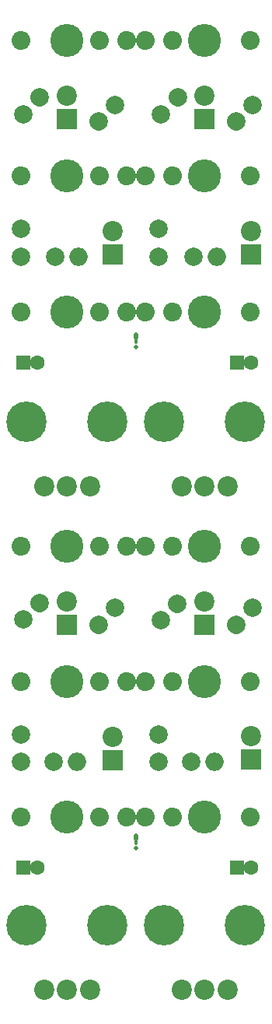
<source format=gts>
G04 #@! TF.GenerationSoftware,KiCad,Pcbnew,(5.0.0)*
G04 #@! TF.CreationDate,2018-08-12T22:02:32+02:00*
G04 #@! TF.ProjectId,twobytwotone,74776F627974776F746F6E652E6B6963,rev?*
G04 #@! TF.SameCoordinates,Original*
G04 #@! TF.FileFunction,Soldermask,Top*
G04 #@! TF.FilePolarity,Negative*
%FSLAX46Y46*%
G04 Gerber Fmt 4.6, Leading zero omitted, Abs format (unit mm)*
G04 Created by KiCad (PCBNEW (5.0.0)) date 08/12/18 22:02:32*
%MOMM*%
%LPD*%
G01*
G04 APERTURE LIST*
%ADD10C,0.300000*%
%ADD11C,1.600000*%
%ADD12R,1.600000X1.600000*%
%ADD13C,2.200000*%
%ADD14R,2.200000X2.200000*%
%ADD15C,2.000000*%
%ADD16C,2.000000*%
%ADD17O,2.000000X2.000000*%
%ADD18C,4.400000*%
%ADD19C,3.600000*%
%ADD20C,2.048460*%
G04 APERTURE END LIST*
D10*
X14500000Y-38535714D02*
X14571428Y-38607142D01*
X14500000Y-38678571D01*
X14428571Y-38607142D01*
X14500000Y-38535714D01*
X14500000Y-38678571D01*
X14500000Y-38107142D02*
X14428571Y-37250000D01*
X14500000Y-37178571D01*
X14571428Y-37250000D01*
X14500000Y-38107142D01*
X14500000Y-37178571D01*
X14500000Y-93035714D02*
X14571428Y-93107142D01*
X14500000Y-93178571D01*
X14428571Y-93107142D01*
X14500000Y-93035714D01*
X14500000Y-93178571D01*
X14500000Y-92607142D02*
X14428571Y-91750000D01*
X14500000Y-91678571D01*
X14571428Y-91750000D01*
X14500000Y-92607142D01*
X14500000Y-91678571D01*
D11*
G04 #@! TO.C,C1*
X3750000Y-40250000D03*
D12*
X2250000Y-40250000D03*
G04 #@! TD*
G04 #@! TO.C,C3*
X2250000Y-95250000D03*
D11*
X3750000Y-95250000D03*
G04 #@! TD*
D13*
G04 #@! TO.C,D12*
X12000000Y-25960000D03*
D14*
X12000000Y-28500000D03*
G04 #@! TD*
G04 #@! TO.C,D32*
X12000000Y-83540000D03*
D13*
X12000000Y-81000000D03*
G04 #@! TD*
D15*
G04 #@! TO.C,R_VAC_1*
X12250000Y-12250000D03*
X10453949Y-14046051D03*
D16*
X10453949Y-14046051D02*
X10453949Y-14046051D01*
G04 #@! TD*
D15*
G04 #@! TO.C,R_LED_1*
X4046051Y-11453949D03*
D16*
X4046051Y-11453949D02*
X4046051Y-11453949D01*
D15*
X2250000Y-13250000D03*
G04 #@! TD*
G04 #@! TO.C,R_VAC_3*
X12250000Y-67000000D03*
X10453949Y-68796051D03*
D16*
X10453949Y-68796051D02*
X10453949Y-68796051D01*
G04 #@! TD*
D15*
G04 #@! TO.C,R_LED_3*
X4046051Y-66453949D03*
D16*
X4046051Y-66453949D02*
X4046051Y-66453949D01*
D15*
X2250000Y-68250000D03*
G04 #@! TD*
G04 #@! TO.C,VAC-PHOTO1*
X2000000Y-25750000D03*
X2000000Y-28750000D03*
G04 #@! TD*
G04 #@! TO.C,VAC-PHOTO3*
X2000000Y-83750000D03*
X2000000Y-80750000D03*
G04 #@! TD*
D12*
G04 #@! TO.C,C2*
X25500000Y-40250000D03*
D11*
X27000000Y-40250000D03*
G04 #@! TD*
G04 #@! TO.C,C4*
X27000000Y-95250000D03*
D12*
X25500000Y-95250000D03*
G04 #@! TD*
D13*
G04 #@! TO.C,D11*
X7000000Y-11250000D03*
D14*
X7000000Y-13790000D03*
G04 #@! TD*
G04 #@! TO.C,D21*
X22000000Y-13750000D03*
D13*
X22000000Y-11210000D03*
G04 #@! TD*
D14*
G04 #@! TO.C,D22*
X27000000Y-28540000D03*
D13*
X27000000Y-26000000D03*
G04 #@! TD*
G04 #@! TO.C,D31*
X7000000Y-66250000D03*
D14*
X7000000Y-68790000D03*
G04 #@! TD*
G04 #@! TO.C,D41*
X22000000Y-68790000D03*
D13*
X22000000Y-66250000D03*
G04 #@! TD*
G04 #@! TO.C,D42*
X27000000Y-80960000D03*
D14*
X27000000Y-83500000D03*
G04 #@! TD*
D15*
G04 #@! TO.C,R_LED_2*
X19046051Y-11453949D03*
D16*
X19046051Y-11453949D02*
X19046051Y-11453949D01*
D15*
X17250000Y-13250000D03*
G04 #@! TD*
G04 #@! TO.C,R_LED_4*
X19000000Y-66500000D03*
D16*
X19000000Y-66500000D02*
X19000000Y-66500000D01*
D15*
X17203949Y-68296051D03*
G04 #@! TD*
D17*
G04 #@! TO.C,R_OUT_1*
X8250000Y-28750000D03*
D15*
X5710000Y-28750000D03*
G04 #@! TD*
G04 #@! TO.C,R_OUT_2*
X20750000Y-28750000D03*
D17*
X23290000Y-28750000D03*
G04 #@! TD*
D15*
G04 #@! TO.C,R_OUT_3*
X5500000Y-83750000D03*
D17*
X8040000Y-83750000D03*
G04 #@! TD*
G04 #@! TO.C,R_OUT_4*
X23040000Y-83750000D03*
D15*
X20500000Y-83750000D03*
G04 #@! TD*
G04 #@! TO.C,R_VAC_2*
X27250000Y-12250000D03*
X25453949Y-14046051D03*
D16*
X25453949Y-14046051D02*
X25453949Y-14046051D01*
G04 #@! TD*
D15*
G04 #@! TO.C,R_VAC_4*
X27250000Y-67000000D03*
X25453949Y-68796051D03*
D16*
X25453949Y-68796051D02*
X25453949Y-68796051D01*
G04 #@! TD*
D18*
G04 #@! TO.C,RV1*
X11400000Y-46750000D03*
X2600000Y-46750000D03*
D13*
X9500000Y-53750000D03*
X7000000Y-53750000D03*
X4500000Y-53750000D03*
G04 #@! TD*
G04 #@! TO.C,RV2*
X19500000Y-53750000D03*
X22000000Y-53750000D03*
X24500000Y-53750000D03*
D18*
X17600000Y-46750000D03*
X26400000Y-46750000D03*
G04 #@! TD*
G04 #@! TO.C,RV3*
X11400000Y-101500000D03*
X2600000Y-101500000D03*
D13*
X9500000Y-108500000D03*
X7000000Y-108500000D03*
X4500000Y-108500000D03*
G04 #@! TD*
G04 #@! TO.C,RV4*
X19500000Y-108500000D03*
X22000000Y-108500000D03*
X24500000Y-108500000D03*
D18*
X17600000Y-101500000D03*
X26400000Y-101500000D03*
G04 #@! TD*
D15*
G04 #@! TO.C,VAC-PHOTO2*
X17000000Y-28750000D03*
X17000000Y-25750000D03*
G04 #@! TD*
G04 #@! TO.C,VAC-PHOTO4*
X17000000Y-80750000D03*
X17000000Y-83750000D03*
G04 #@! TD*
D19*
G04 #@! TO.C,J_CV_1*
X7000000Y-5250000D03*
D20*
X13499860Y-5250000D03*
X10497580Y-5250000D03*
X2001280Y-5250000D03*
G04 #@! TD*
D19*
G04 #@! TO.C,J_CV_2*
X22000000Y-5250000D03*
D20*
X15500140Y-5250000D03*
X18502420Y-5250000D03*
X26998720Y-5250000D03*
G04 #@! TD*
D19*
G04 #@! TO.C,J_CV_3*
X7000000Y-60250000D03*
D20*
X13499860Y-60250000D03*
X10497580Y-60250000D03*
X2001280Y-60250000D03*
G04 #@! TD*
G04 #@! TO.C,J_CV_4*
X26998720Y-60250000D03*
X18502420Y-60250000D03*
X15500140Y-60250000D03*
D19*
X22000000Y-60250000D03*
G04 #@! TD*
D20*
G04 #@! TO.C,J_IN_1*
X2001280Y-20000000D03*
X10497580Y-20000000D03*
X13499860Y-20000000D03*
D19*
X7000000Y-20000000D03*
G04 #@! TD*
G04 #@! TO.C,J_IN_2*
X22000000Y-20000000D03*
D20*
X15500140Y-20000000D03*
X18502420Y-20000000D03*
X26998720Y-20000000D03*
G04 #@! TD*
G04 #@! TO.C,J_IN_3*
X2001280Y-75000000D03*
X10497580Y-75000000D03*
X13499860Y-75000000D03*
D19*
X7000000Y-75000000D03*
G04 #@! TD*
D20*
G04 #@! TO.C,J_IN_4*
X26998720Y-75000000D03*
X18502420Y-75000000D03*
X15500140Y-75000000D03*
D19*
X22000000Y-75000000D03*
G04 #@! TD*
D20*
G04 #@! TO.C,J_OUT_1*
X2001280Y-34750000D03*
X10497580Y-34750000D03*
X13499860Y-34750000D03*
D19*
X7000000Y-34750000D03*
G04 #@! TD*
D20*
G04 #@! TO.C,J_OUT_2*
X26998720Y-34750000D03*
X18502420Y-34750000D03*
X15500140Y-34750000D03*
D19*
X22000000Y-34750000D03*
G04 #@! TD*
G04 #@! TO.C,J_OUT_3*
X7000000Y-89750000D03*
D20*
X13499860Y-89750000D03*
X10497580Y-89750000D03*
X2001280Y-89750000D03*
G04 #@! TD*
D19*
G04 #@! TO.C,J_OUT_4*
X22000000Y-89750000D03*
D20*
X15500140Y-89750000D03*
X18502420Y-89750000D03*
X26998720Y-89750000D03*
G04 #@! TD*
M02*

</source>
